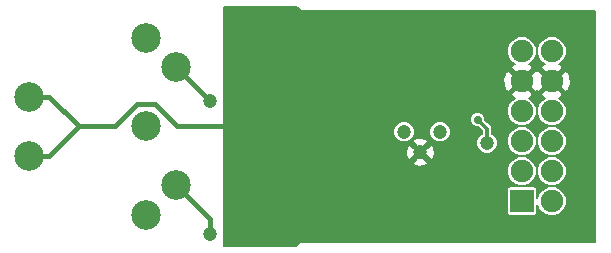
<source format=gbr>
G04 #@! TF.FileFunction,Copper,L2,Bot,Signal*
%FSLAX46Y46*%
G04 Gerber Fmt 4.6, Leading zero omitted, Abs format (unit mm)*
G04 Created by KiCad (PCBNEW 4.0.2+dfsg1-stable) date mer. 30 août 2017 19:27:24 CEST*
%MOMM*%
G01*
G04 APERTURE LIST*
%ADD10C,0.100000*%
%ADD11R,2.000000X1.900000*%
%ADD12C,1.900000*%
%ADD13C,1.198880*%
%ADD14C,2.500000*%
%ADD15C,0.711200*%
%ADD16C,0.406400*%
%ADD17C,0.304800*%
%ADD18C,0.200000*%
G04 APERTURE END LIST*
D10*
D11*
X167309800Y-111350000D03*
D12*
X167309800Y-108810000D03*
X167309800Y-106270000D03*
X167309800Y-103730000D03*
X167309800Y-101190000D03*
X167309800Y-98650000D03*
X169849800Y-111350000D03*
X169849800Y-108810000D03*
X169849800Y-106270000D03*
X169849800Y-103730000D03*
X169849800Y-101190000D03*
X169849800Y-98650000D03*
D13*
X160362900Y-105460800D03*
X157314900Y-105460800D03*
X164350700Y-106426000D03*
D14*
X135500000Y-97500000D03*
X135500000Y-105000000D03*
X135500000Y-112500000D03*
X138000000Y-100000000D03*
X138000000Y-110000000D03*
X125600000Y-102500000D03*
X125600000Y-107500000D03*
D13*
X140893800Y-114109500D03*
X140900000Y-102900000D03*
X158711900Y-107213400D03*
D15*
X140893800Y-114109500D03*
X140900000Y-102900000D03*
X149825000Y-103975000D03*
X151676100Y-102222300D03*
X149479000Y-112318800D03*
X142824200Y-95389700D03*
X161975800Y-103301800D03*
X153377900Y-107594400D03*
X154520900Y-109270800D03*
X165011100Y-96215200D03*
X160362900Y-105460800D03*
X157314900Y-105460800D03*
X164350700Y-106426000D03*
X163563300Y-104444800D03*
D16*
X140893800Y-114109500D02*
X140893800Y-112893800D01*
X140893800Y-112893800D02*
X138000000Y-110000000D01*
X140893800Y-102893800D02*
X138000000Y-100000000D01*
X136275000Y-103150000D02*
X138125000Y-105000000D01*
X138125000Y-105000000D02*
X146675000Y-105000000D01*
X132875000Y-105000000D02*
X134725000Y-103150000D01*
X134725000Y-103150000D02*
X136275000Y-103150000D01*
X129800000Y-105000000D02*
X132875000Y-105000000D01*
X147700000Y-103975000D02*
X149825000Y-103975000D01*
X146675000Y-105000000D02*
X147700000Y-103975000D01*
X129800000Y-105000000D02*
X127300000Y-107500000D01*
X127300000Y-107500000D02*
X125600000Y-107500000D01*
X125600000Y-102500000D02*
X127300000Y-102500000D01*
X127300000Y-102500000D02*
X129800000Y-105000000D01*
D17*
X149825000Y-102850000D02*
X150452700Y-102222300D01*
X149825000Y-103975000D02*
X149825000Y-102850000D01*
X150452700Y-102222300D02*
X151676100Y-102222300D01*
X153377900Y-107594400D02*
X153377900Y-106540300D01*
X153377900Y-106540300D02*
X155511500Y-104406700D01*
X149479000Y-112318800D02*
X156400500Y-112318800D01*
X157289500Y-111429800D02*
X157289500Y-108635800D01*
X156400500Y-112318800D02*
X157289500Y-111429800D01*
X155155900Y-108635800D02*
X157289500Y-108635800D01*
X157289500Y-108635800D02*
X158711900Y-107213400D01*
X151676100Y-102222300D02*
X153327100Y-102222300D01*
X153327100Y-102222300D02*
X155511500Y-104406700D01*
X158711900Y-104406700D02*
X155511500Y-104406700D01*
X160870900Y-104406700D02*
X161975800Y-103301800D01*
X158711900Y-104406700D02*
X160870900Y-104406700D01*
D16*
X142824200Y-95389700D02*
X164185600Y-95389700D01*
X164185600Y-95389700D02*
X165011100Y-96215200D01*
D17*
X167309800Y-101190000D02*
X165695100Y-102804700D01*
X163741100Y-103301800D02*
X164238200Y-102804700D01*
X161975800Y-103301800D02*
X163741100Y-103301800D01*
X165695100Y-102804700D02*
X164238200Y-102804700D01*
X153377900Y-107594400D02*
X154114500Y-107594400D01*
X154114500Y-107594400D02*
X155155900Y-108635800D01*
X155155900Y-108635800D02*
X154520900Y-109270800D01*
X165011100Y-96215200D02*
X165582600Y-96215200D01*
X165963600Y-99843800D02*
X167309800Y-101190000D01*
X165963600Y-96596200D02*
X165963600Y-99843800D01*
X165582600Y-96215200D02*
X165963600Y-96596200D01*
X167309800Y-101190000D02*
X167309800Y-101193600D01*
X167309800Y-101193600D02*
X168579800Y-102463600D01*
X169849800Y-101193600D02*
X168579800Y-102463600D01*
X169849800Y-101190000D02*
X169849800Y-101193600D01*
X164350700Y-105232200D02*
X164350700Y-106426000D01*
X164350700Y-105232200D02*
X163563300Y-104444800D01*
D18*
G36*
X148404835Y-95105165D02*
X148526494Y-95186455D01*
X148670000Y-95215000D01*
X173525000Y-95215000D01*
X173525000Y-114785000D01*
X148670000Y-114785000D01*
X148526494Y-114813545D01*
X148404835Y-114894835D01*
X148174670Y-115125000D01*
X142100000Y-115125000D01*
X142100000Y-110400000D01*
X166003923Y-110400000D01*
X166003923Y-112300000D01*
X166024842Y-112411173D01*
X166090545Y-112513279D01*
X166190797Y-112581778D01*
X166309800Y-112605877D01*
X168309800Y-112605877D01*
X168420973Y-112584958D01*
X168523079Y-112519255D01*
X168591578Y-112419003D01*
X168615677Y-112300000D01*
X168615677Y-111636500D01*
X168789484Y-112057143D01*
X169140807Y-112409081D01*
X169600069Y-112599783D01*
X170097350Y-112600217D01*
X170556943Y-112410316D01*
X170908881Y-112058993D01*
X171099583Y-111599731D01*
X171100017Y-111102450D01*
X170910116Y-110642857D01*
X170558793Y-110290919D01*
X170099531Y-110100217D01*
X169602250Y-110099783D01*
X169142657Y-110289684D01*
X168790719Y-110641007D01*
X168615677Y-111062555D01*
X168615677Y-110400000D01*
X168594758Y-110288827D01*
X168529055Y-110186721D01*
X168428803Y-110118222D01*
X168309800Y-110094123D01*
X166309800Y-110094123D01*
X166198627Y-110115042D01*
X166096521Y-110180745D01*
X166028022Y-110280997D01*
X166003923Y-110400000D01*
X142100000Y-110400000D01*
X142100000Y-109057550D01*
X166059583Y-109057550D01*
X166249484Y-109517143D01*
X166600807Y-109869081D01*
X167060069Y-110059783D01*
X167557350Y-110060217D01*
X168016943Y-109870316D01*
X168368881Y-109518993D01*
X168559583Y-109059731D01*
X168559584Y-109057550D01*
X168599583Y-109057550D01*
X168789484Y-109517143D01*
X169140807Y-109869081D01*
X169600069Y-110059783D01*
X170097350Y-110060217D01*
X170556943Y-109870316D01*
X170908881Y-109518993D01*
X171099583Y-109059731D01*
X171100017Y-108562450D01*
X170910116Y-108102857D01*
X170558793Y-107750919D01*
X170099531Y-107560217D01*
X169602250Y-107559783D01*
X169142657Y-107749684D01*
X168790719Y-108101007D01*
X168600017Y-108560269D01*
X168599583Y-109057550D01*
X168559584Y-109057550D01*
X168560017Y-108562450D01*
X168370116Y-108102857D01*
X168018793Y-107750919D01*
X167559531Y-107560217D01*
X167062250Y-107559783D01*
X166602657Y-107749684D01*
X166250719Y-108101007D01*
X166060017Y-108560269D01*
X166059583Y-109057550D01*
X142100000Y-109057550D01*
X142100000Y-108077520D01*
X158065569Y-108077520D01*
X158118553Y-108292072D01*
X158576509Y-108437027D01*
X159055077Y-108395696D01*
X159305247Y-108292072D01*
X159358231Y-108077520D01*
X158711900Y-107431189D01*
X158065569Y-108077520D01*
X142100000Y-108077520D01*
X142100000Y-107078009D01*
X157488273Y-107078009D01*
X157529604Y-107556577D01*
X157633228Y-107806747D01*
X157847780Y-107859731D01*
X158494111Y-107213400D01*
X158929689Y-107213400D01*
X159576020Y-107859731D01*
X159790572Y-107806747D01*
X159935527Y-107348791D01*
X159894196Y-106870223D01*
X159790572Y-106620053D01*
X159576020Y-106567069D01*
X158929689Y-107213400D01*
X158494111Y-107213400D01*
X157847780Y-106567069D01*
X157633228Y-106620053D01*
X157488273Y-107078009D01*
X142100000Y-107078009D01*
X142100000Y-105638925D01*
X156415304Y-105638925D01*
X156551947Y-105969626D01*
X156804743Y-106222863D01*
X157135205Y-106360083D01*
X157493025Y-106360396D01*
X157519927Y-106349280D01*
X158065569Y-106349280D01*
X158711900Y-106995611D01*
X159358231Y-106349280D01*
X159305247Y-106134728D01*
X158847291Y-105989773D01*
X158368723Y-106031104D01*
X158118553Y-106134728D01*
X158065569Y-106349280D01*
X157519927Y-106349280D01*
X157823726Y-106223753D01*
X158076963Y-105970957D01*
X158214183Y-105640495D01*
X158214184Y-105638925D01*
X159463304Y-105638925D01*
X159599947Y-105969626D01*
X159852743Y-106222863D01*
X160183205Y-106360083D01*
X160541025Y-106360396D01*
X160871726Y-106223753D01*
X161124963Y-105970957D01*
X161262183Y-105640495D01*
X161262496Y-105282675D01*
X161125853Y-104951974D01*
X160873057Y-104698737D01*
X160574187Y-104574635D01*
X162907586Y-104574635D01*
X163007185Y-104815682D01*
X163191448Y-105000267D01*
X163432321Y-105100286D01*
X163579124Y-105100414D01*
X163898300Y-105419590D01*
X163898300Y-105639732D01*
X163841874Y-105663047D01*
X163588637Y-105915843D01*
X163451417Y-106246305D01*
X163451104Y-106604125D01*
X163587747Y-106934826D01*
X163840543Y-107188063D01*
X164171005Y-107325283D01*
X164528825Y-107325596D01*
X164859526Y-107188953D01*
X165112763Y-106936157D01*
X165249983Y-106605695D01*
X165250060Y-106517550D01*
X166059583Y-106517550D01*
X166249484Y-106977143D01*
X166600807Y-107329081D01*
X167060069Y-107519783D01*
X167557350Y-107520217D01*
X168016943Y-107330316D01*
X168368881Y-106978993D01*
X168559583Y-106519731D01*
X168559584Y-106517550D01*
X168599583Y-106517550D01*
X168789484Y-106977143D01*
X169140807Y-107329081D01*
X169600069Y-107519783D01*
X170097350Y-107520217D01*
X170556943Y-107330316D01*
X170908881Y-106978993D01*
X171099583Y-106519731D01*
X171100017Y-106022450D01*
X170910116Y-105562857D01*
X170558793Y-105210919D01*
X170099531Y-105020217D01*
X169602250Y-105019783D01*
X169142657Y-105209684D01*
X168790719Y-105561007D01*
X168600017Y-106020269D01*
X168599583Y-106517550D01*
X168559584Y-106517550D01*
X168560017Y-106022450D01*
X168370116Y-105562857D01*
X168018793Y-105210919D01*
X167559531Y-105020217D01*
X167062250Y-105019783D01*
X166602657Y-105209684D01*
X166250719Y-105561007D01*
X166060017Y-106020269D01*
X166059583Y-106517550D01*
X165250060Y-106517550D01*
X165250296Y-106247875D01*
X165113653Y-105917174D01*
X164860857Y-105663937D01*
X164803100Y-105639954D01*
X164803100Y-105232200D01*
X164768663Y-105059074D01*
X164670595Y-104912305D01*
X164218887Y-104460597D01*
X164219014Y-104314965D01*
X164119415Y-104073918D01*
X164023216Y-103977550D01*
X166059583Y-103977550D01*
X166249484Y-104437143D01*
X166600807Y-104789081D01*
X167060069Y-104979783D01*
X167557350Y-104980217D01*
X168016943Y-104790316D01*
X168368881Y-104438993D01*
X168559583Y-103979731D01*
X168559584Y-103977550D01*
X168599583Y-103977550D01*
X168789484Y-104437143D01*
X169140807Y-104789081D01*
X169600069Y-104979783D01*
X170097350Y-104980217D01*
X170556943Y-104790316D01*
X170908881Y-104438993D01*
X171099583Y-103979731D01*
X171100017Y-103482450D01*
X170910116Y-103022857D01*
X170558793Y-102670919D01*
X170472401Y-102635046D01*
X170654524Y-102559608D01*
X170750827Y-102308815D01*
X169849800Y-101407789D01*
X168948773Y-102308815D01*
X169045076Y-102559608D01*
X169242661Y-102628363D01*
X169142657Y-102669684D01*
X168790719Y-103021007D01*
X168600017Y-103480269D01*
X168599583Y-103977550D01*
X168559584Y-103977550D01*
X168560017Y-103482450D01*
X168370116Y-103022857D01*
X168018793Y-102670919D01*
X167932401Y-102635046D01*
X168114524Y-102559608D01*
X168210827Y-102308815D01*
X167309800Y-101407789D01*
X166408773Y-102308815D01*
X166505076Y-102559608D01*
X166702661Y-102628363D01*
X166602657Y-102669684D01*
X166250719Y-103021007D01*
X166060017Y-103480269D01*
X166059583Y-103977550D01*
X164023216Y-103977550D01*
X163935152Y-103889333D01*
X163694279Y-103789314D01*
X163433465Y-103789086D01*
X163192418Y-103888685D01*
X163007833Y-104072948D01*
X162907814Y-104313821D01*
X162907586Y-104574635D01*
X160574187Y-104574635D01*
X160542595Y-104561517D01*
X160184775Y-104561204D01*
X159854074Y-104697847D01*
X159600837Y-104950643D01*
X159463617Y-105281105D01*
X159463304Y-105638925D01*
X158214184Y-105638925D01*
X158214496Y-105282675D01*
X158077853Y-104951974D01*
X157825057Y-104698737D01*
X157494595Y-104561517D01*
X157136775Y-104561204D01*
X156806074Y-104697847D01*
X156552837Y-104950643D01*
X156415617Y-105281105D01*
X156415304Y-105638925D01*
X142100000Y-105638925D01*
X142100000Y-100970658D01*
X165736492Y-100970658D01*
X165772314Y-101589433D01*
X165940192Y-101994724D01*
X166190985Y-102091027D01*
X167092011Y-101190000D01*
X167527589Y-101190000D01*
X168428615Y-102091027D01*
X168579800Y-102032973D01*
X168730985Y-102091027D01*
X169632011Y-101190000D01*
X170067589Y-101190000D01*
X170968615Y-102091027D01*
X171219408Y-101994724D01*
X171423108Y-101409342D01*
X171387286Y-100790567D01*
X171219408Y-100385276D01*
X170968615Y-100288973D01*
X170067589Y-101190000D01*
X169632011Y-101190000D01*
X168730985Y-100288973D01*
X168579800Y-100347027D01*
X168428615Y-100288973D01*
X167527589Y-101190000D01*
X167092011Y-101190000D01*
X166190985Y-100288973D01*
X165940192Y-100385276D01*
X165736492Y-100970658D01*
X142100000Y-100970658D01*
X142100000Y-98897550D01*
X166059583Y-98897550D01*
X166249484Y-99357143D01*
X166600807Y-99709081D01*
X166687199Y-99744954D01*
X166505076Y-99820392D01*
X166408773Y-100071185D01*
X167309800Y-100972211D01*
X168210827Y-100071185D01*
X168114524Y-99820392D01*
X167916939Y-99751637D01*
X168016943Y-99710316D01*
X168368881Y-99358993D01*
X168559583Y-98899731D01*
X168559584Y-98897550D01*
X168599583Y-98897550D01*
X168789484Y-99357143D01*
X169140807Y-99709081D01*
X169227199Y-99744954D01*
X169045076Y-99820392D01*
X168948773Y-100071185D01*
X169849800Y-100972211D01*
X170750827Y-100071185D01*
X170654524Y-99820392D01*
X170456939Y-99751637D01*
X170556943Y-99710316D01*
X170908881Y-99358993D01*
X171099583Y-98899731D01*
X171100017Y-98402450D01*
X170910116Y-97942857D01*
X170558793Y-97590919D01*
X170099531Y-97400217D01*
X169602250Y-97399783D01*
X169142657Y-97589684D01*
X168790719Y-97941007D01*
X168600017Y-98400269D01*
X168599583Y-98897550D01*
X168559584Y-98897550D01*
X168560017Y-98402450D01*
X168370116Y-97942857D01*
X168018793Y-97590919D01*
X167559531Y-97400217D01*
X167062250Y-97399783D01*
X166602657Y-97589684D01*
X166250719Y-97941007D01*
X166060017Y-98400269D01*
X166059583Y-98897550D01*
X142100000Y-98897550D01*
X142100000Y-94875000D01*
X148174670Y-94875000D01*
X148404835Y-95105165D01*
X148404835Y-95105165D01*
G37*
X148404835Y-95105165D02*
X148526494Y-95186455D01*
X148670000Y-95215000D01*
X173525000Y-95215000D01*
X173525000Y-114785000D01*
X148670000Y-114785000D01*
X148526494Y-114813545D01*
X148404835Y-114894835D01*
X148174670Y-115125000D01*
X142100000Y-115125000D01*
X142100000Y-110400000D01*
X166003923Y-110400000D01*
X166003923Y-112300000D01*
X166024842Y-112411173D01*
X166090545Y-112513279D01*
X166190797Y-112581778D01*
X166309800Y-112605877D01*
X168309800Y-112605877D01*
X168420973Y-112584958D01*
X168523079Y-112519255D01*
X168591578Y-112419003D01*
X168615677Y-112300000D01*
X168615677Y-111636500D01*
X168789484Y-112057143D01*
X169140807Y-112409081D01*
X169600069Y-112599783D01*
X170097350Y-112600217D01*
X170556943Y-112410316D01*
X170908881Y-112058993D01*
X171099583Y-111599731D01*
X171100017Y-111102450D01*
X170910116Y-110642857D01*
X170558793Y-110290919D01*
X170099531Y-110100217D01*
X169602250Y-110099783D01*
X169142657Y-110289684D01*
X168790719Y-110641007D01*
X168615677Y-111062555D01*
X168615677Y-110400000D01*
X168594758Y-110288827D01*
X168529055Y-110186721D01*
X168428803Y-110118222D01*
X168309800Y-110094123D01*
X166309800Y-110094123D01*
X166198627Y-110115042D01*
X166096521Y-110180745D01*
X166028022Y-110280997D01*
X166003923Y-110400000D01*
X142100000Y-110400000D01*
X142100000Y-109057550D01*
X166059583Y-109057550D01*
X166249484Y-109517143D01*
X166600807Y-109869081D01*
X167060069Y-110059783D01*
X167557350Y-110060217D01*
X168016943Y-109870316D01*
X168368881Y-109518993D01*
X168559583Y-109059731D01*
X168559584Y-109057550D01*
X168599583Y-109057550D01*
X168789484Y-109517143D01*
X169140807Y-109869081D01*
X169600069Y-110059783D01*
X170097350Y-110060217D01*
X170556943Y-109870316D01*
X170908881Y-109518993D01*
X171099583Y-109059731D01*
X171100017Y-108562450D01*
X170910116Y-108102857D01*
X170558793Y-107750919D01*
X170099531Y-107560217D01*
X169602250Y-107559783D01*
X169142657Y-107749684D01*
X168790719Y-108101007D01*
X168600017Y-108560269D01*
X168599583Y-109057550D01*
X168559584Y-109057550D01*
X168560017Y-108562450D01*
X168370116Y-108102857D01*
X168018793Y-107750919D01*
X167559531Y-107560217D01*
X167062250Y-107559783D01*
X166602657Y-107749684D01*
X166250719Y-108101007D01*
X166060017Y-108560269D01*
X166059583Y-109057550D01*
X142100000Y-109057550D01*
X142100000Y-108077520D01*
X158065569Y-108077520D01*
X158118553Y-108292072D01*
X158576509Y-108437027D01*
X159055077Y-108395696D01*
X159305247Y-108292072D01*
X159358231Y-108077520D01*
X158711900Y-107431189D01*
X158065569Y-108077520D01*
X142100000Y-108077520D01*
X142100000Y-107078009D01*
X157488273Y-107078009D01*
X157529604Y-107556577D01*
X157633228Y-107806747D01*
X157847780Y-107859731D01*
X158494111Y-107213400D01*
X158929689Y-107213400D01*
X159576020Y-107859731D01*
X159790572Y-107806747D01*
X159935527Y-107348791D01*
X159894196Y-106870223D01*
X159790572Y-106620053D01*
X159576020Y-106567069D01*
X158929689Y-107213400D01*
X158494111Y-107213400D01*
X157847780Y-106567069D01*
X157633228Y-106620053D01*
X157488273Y-107078009D01*
X142100000Y-107078009D01*
X142100000Y-105638925D01*
X156415304Y-105638925D01*
X156551947Y-105969626D01*
X156804743Y-106222863D01*
X157135205Y-106360083D01*
X157493025Y-106360396D01*
X157519927Y-106349280D01*
X158065569Y-106349280D01*
X158711900Y-106995611D01*
X159358231Y-106349280D01*
X159305247Y-106134728D01*
X158847291Y-105989773D01*
X158368723Y-106031104D01*
X158118553Y-106134728D01*
X158065569Y-106349280D01*
X157519927Y-106349280D01*
X157823726Y-106223753D01*
X158076963Y-105970957D01*
X158214183Y-105640495D01*
X158214184Y-105638925D01*
X159463304Y-105638925D01*
X159599947Y-105969626D01*
X159852743Y-106222863D01*
X160183205Y-106360083D01*
X160541025Y-106360396D01*
X160871726Y-106223753D01*
X161124963Y-105970957D01*
X161262183Y-105640495D01*
X161262496Y-105282675D01*
X161125853Y-104951974D01*
X160873057Y-104698737D01*
X160574187Y-104574635D01*
X162907586Y-104574635D01*
X163007185Y-104815682D01*
X163191448Y-105000267D01*
X163432321Y-105100286D01*
X163579124Y-105100414D01*
X163898300Y-105419590D01*
X163898300Y-105639732D01*
X163841874Y-105663047D01*
X163588637Y-105915843D01*
X163451417Y-106246305D01*
X163451104Y-106604125D01*
X163587747Y-106934826D01*
X163840543Y-107188063D01*
X164171005Y-107325283D01*
X164528825Y-107325596D01*
X164859526Y-107188953D01*
X165112763Y-106936157D01*
X165249983Y-106605695D01*
X165250060Y-106517550D01*
X166059583Y-106517550D01*
X166249484Y-106977143D01*
X166600807Y-107329081D01*
X167060069Y-107519783D01*
X167557350Y-107520217D01*
X168016943Y-107330316D01*
X168368881Y-106978993D01*
X168559583Y-106519731D01*
X168559584Y-106517550D01*
X168599583Y-106517550D01*
X168789484Y-106977143D01*
X169140807Y-107329081D01*
X169600069Y-107519783D01*
X170097350Y-107520217D01*
X170556943Y-107330316D01*
X170908881Y-106978993D01*
X171099583Y-106519731D01*
X171100017Y-106022450D01*
X170910116Y-105562857D01*
X170558793Y-105210919D01*
X170099531Y-105020217D01*
X169602250Y-105019783D01*
X169142657Y-105209684D01*
X168790719Y-105561007D01*
X168600017Y-106020269D01*
X168599583Y-106517550D01*
X168559584Y-106517550D01*
X168560017Y-106022450D01*
X168370116Y-105562857D01*
X168018793Y-105210919D01*
X167559531Y-105020217D01*
X167062250Y-105019783D01*
X166602657Y-105209684D01*
X166250719Y-105561007D01*
X166060017Y-106020269D01*
X166059583Y-106517550D01*
X165250060Y-106517550D01*
X165250296Y-106247875D01*
X165113653Y-105917174D01*
X164860857Y-105663937D01*
X164803100Y-105639954D01*
X164803100Y-105232200D01*
X164768663Y-105059074D01*
X164670595Y-104912305D01*
X164218887Y-104460597D01*
X164219014Y-104314965D01*
X164119415Y-104073918D01*
X164023216Y-103977550D01*
X166059583Y-103977550D01*
X166249484Y-104437143D01*
X166600807Y-104789081D01*
X167060069Y-104979783D01*
X167557350Y-104980217D01*
X168016943Y-104790316D01*
X168368881Y-104438993D01*
X168559583Y-103979731D01*
X168559584Y-103977550D01*
X168599583Y-103977550D01*
X168789484Y-104437143D01*
X169140807Y-104789081D01*
X169600069Y-104979783D01*
X170097350Y-104980217D01*
X170556943Y-104790316D01*
X170908881Y-104438993D01*
X171099583Y-103979731D01*
X171100017Y-103482450D01*
X170910116Y-103022857D01*
X170558793Y-102670919D01*
X170472401Y-102635046D01*
X170654524Y-102559608D01*
X170750827Y-102308815D01*
X169849800Y-101407789D01*
X168948773Y-102308815D01*
X169045076Y-102559608D01*
X169242661Y-102628363D01*
X169142657Y-102669684D01*
X168790719Y-103021007D01*
X168600017Y-103480269D01*
X168599583Y-103977550D01*
X168559584Y-103977550D01*
X168560017Y-103482450D01*
X168370116Y-103022857D01*
X168018793Y-102670919D01*
X167932401Y-102635046D01*
X168114524Y-102559608D01*
X168210827Y-102308815D01*
X167309800Y-101407789D01*
X166408773Y-102308815D01*
X166505076Y-102559608D01*
X166702661Y-102628363D01*
X166602657Y-102669684D01*
X166250719Y-103021007D01*
X166060017Y-103480269D01*
X166059583Y-103977550D01*
X164023216Y-103977550D01*
X163935152Y-103889333D01*
X163694279Y-103789314D01*
X163433465Y-103789086D01*
X163192418Y-103888685D01*
X163007833Y-104072948D01*
X162907814Y-104313821D01*
X162907586Y-104574635D01*
X160574187Y-104574635D01*
X160542595Y-104561517D01*
X160184775Y-104561204D01*
X159854074Y-104697847D01*
X159600837Y-104950643D01*
X159463617Y-105281105D01*
X159463304Y-105638925D01*
X158214184Y-105638925D01*
X158214496Y-105282675D01*
X158077853Y-104951974D01*
X157825057Y-104698737D01*
X157494595Y-104561517D01*
X157136775Y-104561204D01*
X156806074Y-104697847D01*
X156552837Y-104950643D01*
X156415617Y-105281105D01*
X156415304Y-105638925D01*
X142100000Y-105638925D01*
X142100000Y-100970658D01*
X165736492Y-100970658D01*
X165772314Y-101589433D01*
X165940192Y-101994724D01*
X166190985Y-102091027D01*
X167092011Y-101190000D01*
X167527589Y-101190000D01*
X168428615Y-102091027D01*
X168579800Y-102032973D01*
X168730985Y-102091027D01*
X169632011Y-101190000D01*
X170067589Y-101190000D01*
X170968615Y-102091027D01*
X171219408Y-101994724D01*
X171423108Y-101409342D01*
X171387286Y-100790567D01*
X171219408Y-100385276D01*
X170968615Y-100288973D01*
X170067589Y-101190000D01*
X169632011Y-101190000D01*
X168730985Y-100288973D01*
X168579800Y-100347027D01*
X168428615Y-100288973D01*
X167527589Y-101190000D01*
X167092011Y-101190000D01*
X166190985Y-100288973D01*
X165940192Y-100385276D01*
X165736492Y-100970658D01*
X142100000Y-100970658D01*
X142100000Y-98897550D01*
X166059583Y-98897550D01*
X166249484Y-99357143D01*
X166600807Y-99709081D01*
X166687199Y-99744954D01*
X166505076Y-99820392D01*
X166408773Y-100071185D01*
X167309800Y-100972211D01*
X168210827Y-100071185D01*
X168114524Y-99820392D01*
X167916939Y-99751637D01*
X168016943Y-99710316D01*
X168368881Y-99358993D01*
X168559583Y-98899731D01*
X168559584Y-98897550D01*
X168599583Y-98897550D01*
X168789484Y-99357143D01*
X169140807Y-99709081D01*
X169227199Y-99744954D01*
X169045076Y-99820392D01*
X168948773Y-100071185D01*
X169849800Y-100972211D01*
X170750827Y-100071185D01*
X170654524Y-99820392D01*
X170456939Y-99751637D01*
X170556943Y-99710316D01*
X170908881Y-99358993D01*
X171099583Y-98899731D01*
X171100017Y-98402450D01*
X170910116Y-97942857D01*
X170558793Y-97590919D01*
X170099531Y-97400217D01*
X169602250Y-97399783D01*
X169142657Y-97589684D01*
X168790719Y-97941007D01*
X168600017Y-98400269D01*
X168599583Y-98897550D01*
X168559584Y-98897550D01*
X168560017Y-98402450D01*
X168370116Y-97942857D01*
X168018793Y-97590919D01*
X167559531Y-97400217D01*
X167062250Y-97399783D01*
X166602657Y-97589684D01*
X166250719Y-97941007D01*
X166060017Y-98400269D01*
X166059583Y-98897550D01*
X142100000Y-98897550D01*
X142100000Y-94875000D01*
X148174670Y-94875000D01*
X148404835Y-95105165D01*
M02*

</source>
